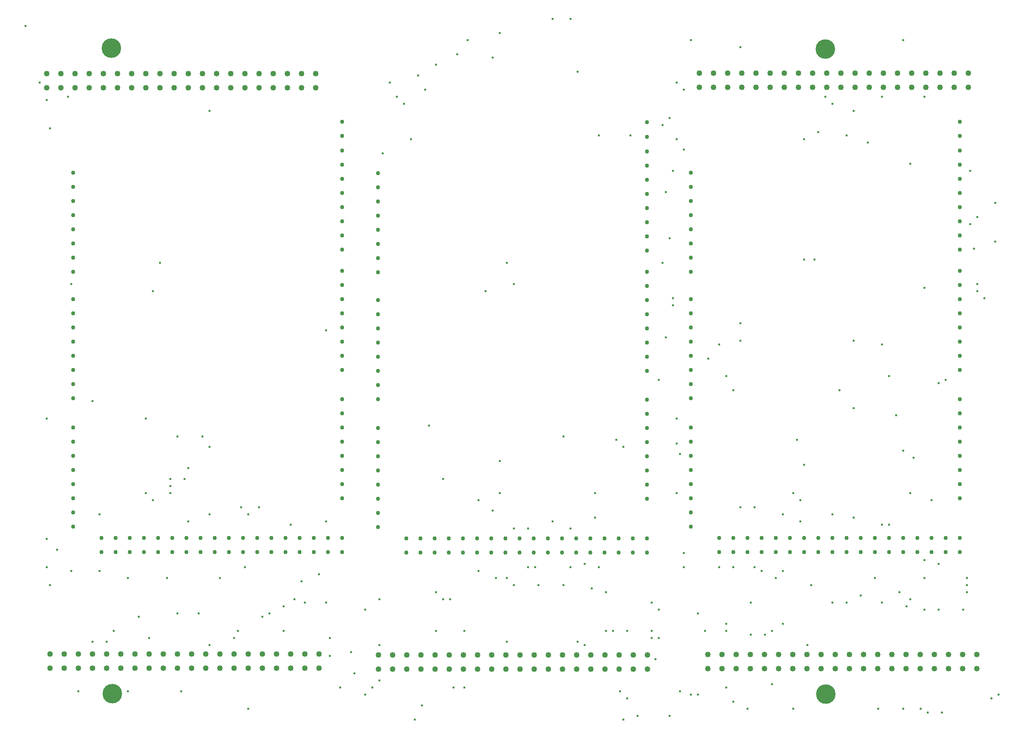
<source format=gbr>
G04 PROTEUS GERBER X2 FILE*
%TF.GenerationSoftware,Labcenter,Proteus,8.6-SP2-Build23525*%
%TF.CreationDate,2019-12-11T18:48:13+00:00*%
%TF.FileFunction,Plated,1,2,PTH*%
%TF.FilePolarity,Positive*%
%TF.Part,Single*%
%FSLAX45Y45*%
%MOMM*%
G01*
%TA.AperFunction,ViaDrill*%
%ADD24C,0.381000*%
%TA.AperFunction,ComponentDrill*%
%ADD25C,1.016000*%
%TA.AperFunction,ComponentDrill*%
%ADD26C,0.762000*%
%TA.AperFunction,MechanicalDrill*%
%ADD27C,3.500000*%
%TD.AperFunction*%
D24*
X+2794000Y+2349500D03*
X+7366000Y+1460500D03*
X+2857500Y+3556000D03*
X+7112000Y+3683000D03*
X+8636000Y+2984500D03*
X+8636000Y+2286000D03*
X+7747000Y-190500D03*
X+2730500Y+3175000D03*
X+4635500Y-5651500D03*
X+2667000Y+1905000D03*
X+6096000Y-698500D03*
X+6096000Y-2667000D03*
X+8064500Y-4318000D03*
X+7175500Y-1587500D03*
X+3683000Y-3556000D03*
X+3810000Y-4699000D03*
X+7620000Y-4318000D03*
X+1016000Y+6286500D03*
X+1016000Y-2857500D03*
X-3810000Y-3810000D03*
X-8318500Y-3873500D03*
X+7112000Y-2222500D03*
X+5016500Y-2222500D03*
X-8191500Y-3238500D03*
X-5842000Y-1778000D03*
X+4445000Y-3619500D03*
X+7366000Y-3429000D03*
X+1524000Y+4191000D03*
X+2095500Y+4191000D03*
X+6985000Y-1460500D03*
X+3048000Y-3556000D03*
X+2984500Y-5778500D03*
X+3810000Y-5715000D03*
X-7937500Y-3619500D03*
X-6159500Y-2095500D03*
X+4318000Y-3556000D03*
X+698500Y-2730500D03*
X+698500Y+6286500D03*
X-3937000Y-4127500D03*
X+6858000Y-825500D03*
X+7112000Y-4127500D03*
X+8128000Y-3873500D03*
X+1397000Y-3937000D03*
X-4127500Y-4254500D03*
X-7556500Y-4889500D03*
X+5270500Y-4953000D03*
X+2222500Y-6223000D03*
X+4826000Y-3619500D03*
X+6731000Y-2794000D03*
X+1143000Y+5334000D03*
X+4826000Y-4572000D03*
X-2413000Y-5588000D03*
X+1143000Y-4889500D03*
X-4381500Y-4381500D03*
X-7302500Y-4889500D03*
X+4064000Y+5778500D03*
X-2413000Y-4953000D03*
X+889000Y-1206500D03*
X+0Y-3873500D03*
X-4000500Y-2794000D03*
X-6159500Y-2222500D03*
X-6604000Y-2222500D03*
X+6477000Y-3746500D03*
X+889000Y-3873500D03*
X+444500Y-3873500D03*
X-1778000Y-6286500D03*
X+7429500Y-6159500D03*
X+7683500Y-6159500D03*
X+6350000Y+4064000D03*
X+254000Y-2857500D03*
X+254000Y-3556000D03*
X-7175500Y-4699000D03*
X-4889500Y-2476500D03*
X+6223000Y-4064000D03*
X-4953000Y-4699000D03*
X-8763000Y+6159500D03*
X+5969000Y+4191000D03*
X-317500Y-3746500D03*
X-127000Y-4889500D03*
X-7556500Y-571500D03*
X-8382000Y-889000D03*
X-8382000Y-3048000D03*
X-8382000Y-3556000D03*
X-1651000Y-6032500D03*
X+3937000Y-5969000D03*
X+6604000Y-4191000D03*
X+5969000Y-4191000D03*
X+1016000Y-3556000D03*
X+381000Y-3556000D03*
X-1397000Y-4699000D03*
X+3302000Y-4381500D03*
X+4826000Y-2603500D03*
X+5715000Y-2603500D03*
X+2540000Y-5207000D03*
X-5461000Y-1397000D03*
X-6921500Y-5778500D03*
X+4254500Y-4762500D03*
X+4254500Y-4191000D03*
X+5715000Y-4191000D03*
X-5461000Y-4953000D03*
X+2921000Y-889000D03*
X+7620000Y-254000D03*
X+8128000Y-4000500D03*
X+6921500Y-4000500D03*
X-3365500Y+698500D03*
X-3365500Y-2730500D03*
X-5461000Y+4635500D03*
X+5715000Y+4762500D03*
X-127000Y+1905000D03*
X+2730500Y+571500D03*
X+2603500Y-4826000D03*
X+1270000Y-4953000D03*
X-5969000Y-5778500D03*
X-4127500Y-4699000D03*
X-4762500Y-2603500D03*
X-5461000Y-2603500D03*
X+5334000Y-3873500D03*
X-1143000Y-4127500D03*
X-6032500Y-4381500D03*
X-5651500Y-4381500D03*
X+5143500Y-2730500D03*
X+5143500Y-2349500D03*
X+7493000Y-2349500D03*
X+8128000Y-3746500D03*
X+7366000Y-3746500D03*
X+7366000Y-4318000D03*
X+1778000Y-4699000D03*
X+2032000Y-4699000D03*
X+1524000Y-3556000D03*
X-381000Y-2540000D03*
X-6032500Y-1206500D03*
X-5588000Y-1206500D03*
X+4508500Y-4762500D03*
X-889000Y-5715000D03*
X+8318500Y+2730500D03*
X+5397500Y+1968500D03*
X+2794000Y-6223000D03*
X+2921000Y-2222500D03*
X-635000Y-2349500D03*
X+6985000Y-6096000D03*
X+6540500Y-6096000D03*
X-2857500Y-5461000D03*
X-2667000Y-4318000D03*
X-4572000Y-2476500D03*
X-5842000Y-2730500D03*
X+1968500Y-6286500D03*
X-254000Y-2222500D03*
X+1460500Y-2222500D03*
X+1460500Y-2667000D03*
X+3048000Y-3302000D03*
X+3302000Y-5842000D03*
X+4635500Y-4699000D03*
X-1270000Y-4127500D03*
X+4699000Y-3746500D03*
X-889000Y-4699000D03*
X+1651000Y-4699000D03*
X-6223000Y-3746500D03*
X-5270500Y-3746500D03*
X+2476500Y-4191000D03*
X+2603500Y-190500D03*
X+1905000Y-5778500D03*
X-2667000Y-5842000D03*
X-5905500Y-1968500D03*
X-6159500Y-1968500D03*
X-6921500Y-3746500D03*
X-635000Y-3619500D03*
X+1270000Y-3492500D03*
X-6540500Y-4826000D03*
X-5016500Y-4826000D03*
X+8191500Y+3556000D03*
X+8191500Y+2603500D03*
X+2984500Y-1524000D03*
X+4191000Y-6096000D03*
X+5016500Y-6096000D03*
X+7302500Y-6096000D03*
X-3365500Y-4191000D03*
X-3746500Y-4191000D03*
X+4064000Y-2476500D03*
X+3175000Y-5842000D03*
X+2032000Y-5905500D03*
X-1079500Y-5715000D03*
X-2540000Y-5715000D03*
X-7810500Y-5778500D03*
X-4762500Y-6096000D03*
X+3810000Y-4572000D03*
X-1397000Y-4000500D03*
X+1651000Y-4000500D03*
X-4826000Y-3556000D03*
X+4318000Y-2476500D03*
X+2476500Y-4826000D03*
X-6477000Y-2349500D03*
X-6477000Y+1397000D03*
X-127000Y-3746500D03*
X+3937000Y-3556000D03*
X-6731000Y-4445000D03*
X-4508500Y-4445000D03*
X+8318500Y+1397000D03*
X+8699500Y-5842000D03*
X+7620000Y-3492500D03*
X+6604000Y-2794000D03*
X+6604000Y+444500D03*
X+2857500Y+1270000D03*
X-508000Y+1397000D03*
X-1270000Y-1968500D03*
X-2413000Y-4127500D03*
X-2921000Y-5080000D03*
X-3111500Y-5715000D03*
X+8572500Y-5905500D03*
X+8318500Y+1524000D03*
X+7366000Y+4889500D03*
X+6731000Y-127000D03*
X+3810000Y-127000D03*
X+8445500Y+1270000D03*
X+7048500Y-4254500D03*
X+2603500Y-4318000D03*
X-3302000Y-4826000D03*
X+8255000Y+2159000D03*
X+3048000Y+3937000D03*
X-3302000Y-5143500D03*
X+5207000Y+4127500D03*
X+2921000Y+4127500D03*
X+2921000Y+5143500D03*
X-2222500Y+5143500D03*
X-7937500Y+1524000D03*
X-8382000Y+4826000D03*
X+3175000Y+5905500D03*
X-825500Y+5905500D03*
X-1714500Y+5270500D03*
X+6604000Y+4889500D03*
X-381000Y+5588000D03*
X+1968500Y-1397000D03*
X+2667000Y+4381500D03*
X-254000Y-1651000D03*
X-254000Y+6032500D03*
X-6604000Y-889000D03*
X+5080000Y-1270000D03*
X-1016000Y+5651500D03*
X+6985000Y+5905500D03*
X-2095500Y+4889500D03*
X-8001000Y+4889500D03*
X-8509000Y+5143500D03*
X+5461000Y+4254500D03*
X-2349500Y+3873500D03*
X-1968500Y+4762500D03*
X+5588000Y+4889500D03*
X+3683000Y+444500D03*
X-1397000Y+5461000D03*
X+3492500Y+190500D03*
X+3048000Y+5016500D03*
X-1587500Y+5016500D03*
X+2857500Y+1143000D03*
X+3937000Y-381000D03*
X+5842000Y-381000D03*
X+4064000Y+825500D03*
X-1841500Y+4127500D03*
X+6096000Y+4635500D03*
X-8318500Y+4318000D03*
X-1524000Y-1016000D03*
X+2921000Y-1333500D03*
X+4064000Y+508000D03*
X+6096000Y+508000D03*
X+1841500Y-1270000D03*
X+2794000Y+4508500D03*
X-3492500Y-3683000D03*
X-7429500Y-3619500D03*
X+0Y+1524000D03*
X+0Y-2857500D03*
X-6350000Y+1905000D03*
X-7429500Y-2603500D03*
X+5207000Y-1714500D03*
X+3429000Y-4699000D03*
X+2476500Y-4699000D03*
X+5207000Y+1968500D03*
D25*
X+3478241Y-5124141D03*
X+3478241Y-5378141D03*
X+3732241Y-5124141D03*
X+3732241Y-5378141D03*
X+3986241Y-5124141D03*
X+3986241Y-5378141D03*
X+4240241Y-5124141D03*
X+4240241Y-5378141D03*
X+4494241Y-5124141D03*
X+4494241Y-5378141D03*
X+4748241Y-5124141D03*
X+4748241Y-5378141D03*
X+5002241Y-5124141D03*
X+5002241Y-5378141D03*
X+5256241Y-5124141D03*
X+5256241Y-5378141D03*
X+5510241Y-5124141D03*
X+5510241Y-5378141D03*
X+5764241Y-5124141D03*
X+5764241Y-5378141D03*
X+6018241Y-5124141D03*
X+6018241Y-5378141D03*
X+6272241Y-5124141D03*
X+6272241Y-5378141D03*
X+6526241Y-5124141D03*
X+6526241Y-5378141D03*
X+6780241Y-5124141D03*
X+6780241Y-5378141D03*
X+7034241Y-5124141D03*
X+7034241Y-5378141D03*
X+7288241Y-5124141D03*
X+7288241Y-5378141D03*
X+7542241Y-5124141D03*
X+7542241Y-5378141D03*
X+7796241Y-5124141D03*
X+7796241Y-5378141D03*
X+8050241Y-5124141D03*
X+8050241Y-5378141D03*
X+8304241Y-5124141D03*
X+8304241Y-5378141D03*
X-2431759Y-5127041D03*
X-2431759Y-5381041D03*
X-2177759Y-5127041D03*
X-2177759Y-5381041D03*
X-1923759Y-5127041D03*
X-1923759Y-5381041D03*
X-1669759Y-5127041D03*
X-1669759Y-5381041D03*
X-1415759Y-5127041D03*
X-1415759Y-5381041D03*
X-1161759Y-5127041D03*
X-1161759Y-5381041D03*
X-907759Y-5127041D03*
X-907759Y-5381041D03*
X-653759Y-5127041D03*
X-653759Y-5381041D03*
X-399759Y-5127041D03*
X-399759Y-5381041D03*
X-145759Y-5127041D03*
X-145759Y-5381041D03*
X+108241Y-5127041D03*
X+108241Y-5381041D03*
X+362241Y-5127041D03*
X+362241Y-5381041D03*
X+616241Y-5127041D03*
X+616241Y-5381041D03*
X+870241Y-5127041D03*
X+870241Y-5381041D03*
X+1124241Y-5127041D03*
X+1124241Y-5381041D03*
X+1378241Y-5127041D03*
X+1378241Y-5381041D03*
X+1632241Y-5127041D03*
X+1632241Y-5381041D03*
X+1886241Y-5127041D03*
X+1886241Y-5381041D03*
X+2140241Y-5127041D03*
X+2140241Y-5381041D03*
X+2394241Y-5127041D03*
X+2394241Y-5381041D03*
X-8323759Y-5117041D03*
X-8323759Y-5371041D03*
X-8069759Y-5117041D03*
X-8069759Y-5371041D03*
X-7815759Y-5117041D03*
X-7815759Y-5371041D03*
X-7561759Y-5117041D03*
X-7561759Y-5371041D03*
X-7307759Y-5117041D03*
X-7307759Y-5371041D03*
X-7053759Y-5117041D03*
X-7053759Y-5371041D03*
X-6799759Y-5117041D03*
X-6799759Y-5371041D03*
X-6545759Y-5117041D03*
X-6545759Y-5371041D03*
X-6291759Y-5117041D03*
X-6291759Y-5371041D03*
X-6037759Y-5117041D03*
X-6037759Y-5371041D03*
X-5783759Y-5117041D03*
X-5783759Y-5371041D03*
X-5529759Y-5117041D03*
X-5529759Y-5371041D03*
X-5275759Y-5117041D03*
X-5275759Y-5371041D03*
X-5021759Y-5117041D03*
X-5021759Y-5371041D03*
X-4767759Y-5117041D03*
X-4767759Y-5371041D03*
X-4513759Y-5117041D03*
X-4513759Y-5371041D03*
X-4259759Y-5117041D03*
X-4259759Y-5371041D03*
X-4005759Y-5117041D03*
X-4005759Y-5371041D03*
X-3751759Y-5117041D03*
X-3751759Y-5371041D03*
X-3497759Y-5117041D03*
X-3497759Y-5371041D03*
D26*
X+7998241Y-21041D03*
X+7998241Y+232959D03*
X+7998241Y+486959D03*
X+7998241Y+740959D03*
X+3172241Y+2760259D03*
X+7998241Y+994959D03*
X+7998241Y+1248959D03*
X+7998241Y+1502959D03*
X+7998241Y+1756959D03*
X+7998241Y+2137959D03*
X+7998241Y+2391959D03*
X+7998241Y+2645959D03*
X+7998241Y+2899959D03*
X+7998241Y+3153959D03*
X+7998241Y+3407959D03*
X+7998241Y-541741D03*
X+7998241Y-795741D03*
X+7998241Y-1049741D03*
X+7998241Y-1303741D03*
X+7998241Y-1557741D03*
X+7998241Y-1811741D03*
X+7998241Y-2065741D03*
X+7998241Y-2319741D03*
X+7744241Y-3030941D03*
X+7744241Y-3284941D03*
X+7490241Y-3030941D03*
X+7490241Y-3284941D03*
X+7236241Y-3030941D03*
X+7236241Y-3284941D03*
X+6982241Y-3030941D03*
X+6982241Y-3284941D03*
X+6728241Y-3030941D03*
X+6728241Y-3284941D03*
X+6474241Y-3030941D03*
X+6474241Y-3284941D03*
X+6220241Y-3030941D03*
X+6220241Y-3284941D03*
X+5966241Y-3030941D03*
X+5966241Y-3284941D03*
X+5712241Y-3030941D03*
X+5712241Y-3284941D03*
X+5458241Y-3030941D03*
X+5458241Y-3284941D03*
X+5204241Y-3030941D03*
X+5204241Y-3284941D03*
X+4950241Y-3030941D03*
X+4950241Y-3284941D03*
X+4696241Y-3030941D03*
X+4696241Y-3284941D03*
X+4442241Y-3030941D03*
X+4442241Y-3284941D03*
X+4188241Y-3030941D03*
X+4188241Y-3284941D03*
X+3934241Y-3030941D03*
X+3934241Y-3284941D03*
X+3172241Y+3014259D03*
X+3172241Y+2506259D03*
X+7998241Y-3030941D03*
X+7998241Y-3284941D03*
X+3172241Y+1998259D03*
X+3680241Y-3284941D03*
X+3680241Y-3030941D03*
X+7998241Y+3661959D03*
X+3172241Y+2252259D03*
X+7998241Y+4436659D03*
X+3172241Y+3522259D03*
X+3172241Y+3268259D03*
X+7998241Y+4178959D03*
X+7998241Y+3915959D03*
X+3172241Y+1248959D03*
X+3172241Y+994959D03*
X+3172241Y+740959D03*
X+3172241Y+486959D03*
X+3172241Y+232959D03*
X+3172241Y-21041D03*
X+3172241Y-275041D03*
X+3172241Y-529041D03*
X+3172241Y-1049741D03*
X+3172241Y-1303741D03*
X+3172241Y-1557741D03*
X+3172241Y-1811741D03*
X+3172241Y-2065741D03*
X+3172241Y-2319741D03*
X+3172241Y-2573741D03*
X+3172241Y-2827741D03*
X+3172241Y+1744259D03*
X+2388241Y-31041D03*
X+2388241Y+222959D03*
X+2388241Y+476959D03*
X+2388241Y+730959D03*
X-2437759Y+2750259D03*
X+2388241Y+984959D03*
X+2388241Y+1238959D03*
X+2388241Y+1492959D03*
X+2388241Y+1746959D03*
X+2388241Y+2127959D03*
X+2388241Y+2381959D03*
X+2388241Y+2635959D03*
X+2388241Y+2889959D03*
X+2388241Y+3143959D03*
X+2388241Y+3397959D03*
X+2388241Y-551741D03*
X+2388241Y-805741D03*
X+2388241Y-1059741D03*
X+2388241Y-1313741D03*
X+2388241Y-1567741D03*
X+2388241Y-1821741D03*
X+2388241Y-2075741D03*
X+2388241Y-2329741D03*
X+2134241Y-3040941D03*
X+2134241Y-3294941D03*
X+1880241Y-3040941D03*
X+1880241Y-3294941D03*
X+1626241Y-3040941D03*
X+1626241Y-3294941D03*
X+1372241Y-3040941D03*
X+1372241Y-3294941D03*
X+1118241Y-3040941D03*
X+1118241Y-3294941D03*
X+864241Y-3040941D03*
X+864241Y-3294941D03*
X+610241Y-3040941D03*
X+610241Y-3294941D03*
X+356241Y-3040941D03*
X+356241Y-3294941D03*
X+102241Y-3040941D03*
X+102241Y-3294941D03*
X-151759Y-3040941D03*
X-151759Y-3294941D03*
X-405759Y-3040941D03*
X-405759Y-3294941D03*
X-659759Y-3040941D03*
X-659759Y-3294941D03*
X-913759Y-3040941D03*
X-913759Y-3294941D03*
X-1167759Y-3040941D03*
X-1167759Y-3294941D03*
X-1421759Y-3040941D03*
X-1421759Y-3294941D03*
X-1675759Y-3040941D03*
X-1675759Y-3294941D03*
X-2437759Y+3004259D03*
X-2437759Y+2496259D03*
X+2388241Y-3040941D03*
X+2388241Y-3294941D03*
X-2437759Y+1988259D03*
X-1929759Y-3294941D03*
X-1929759Y-3040941D03*
X+2388241Y+3651959D03*
X-2437759Y+2242259D03*
X+2388241Y+4426659D03*
X-2437759Y+3512259D03*
X-2437759Y+3258259D03*
X+2388241Y+4168959D03*
X+2388241Y+3905959D03*
X-2437759Y+1238959D03*
X-2437759Y+984959D03*
X-2437759Y+730959D03*
X-2437759Y+476959D03*
X-2437759Y+222959D03*
X-2437759Y-31041D03*
X-2437759Y-285041D03*
X-2437759Y-539041D03*
X-2437759Y-1059741D03*
X-2437759Y-1313741D03*
X-2437759Y-1567741D03*
X-2437759Y-1821741D03*
X-2437759Y-2075741D03*
X-2437759Y-2329741D03*
X-2437759Y-2583741D03*
X-2437759Y-2837741D03*
X-2437759Y+1734259D03*
X-3081759Y-21041D03*
X-3081759Y+232959D03*
X-3081759Y+486959D03*
X-3081759Y+740959D03*
X-7907759Y+2760259D03*
X-3081759Y+994959D03*
X-3081759Y+1248959D03*
X-3081759Y+1502959D03*
X-3081759Y+1756959D03*
X-3081759Y+2137959D03*
X-3081759Y+2391959D03*
X-3081759Y+2645959D03*
X-3081759Y+2899959D03*
X-3081759Y+3153959D03*
X-3081759Y+3407959D03*
X-3081759Y-541741D03*
X-3081759Y-795741D03*
X-3081759Y-1049741D03*
X-3081759Y-1303741D03*
X-3081759Y-1557741D03*
X-3081759Y-1811741D03*
X-3081759Y-2065741D03*
X-3081759Y-2319741D03*
X-3335759Y-3030941D03*
X-3335759Y-3284941D03*
X-3589759Y-3030941D03*
X-3589759Y-3284941D03*
X-3843759Y-3030941D03*
X-3843759Y-3284941D03*
X-4097759Y-3030941D03*
X-4097759Y-3284941D03*
X-4351759Y-3030941D03*
X-4351759Y-3284941D03*
X-4605759Y-3030941D03*
X-4605759Y-3284941D03*
X-4859759Y-3030941D03*
X-4859759Y-3284941D03*
X-5113759Y-3030941D03*
X-5113759Y-3284941D03*
X-5367759Y-3030941D03*
X-5367759Y-3284941D03*
X-5621759Y-3030941D03*
X-5621759Y-3284941D03*
X-5875759Y-3030941D03*
X-5875759Y-3284941D03*
X-6129759Y-3030941D03*
X-6129759Y-3284941D03*
X-6383759Y-3030941D03*
X-6383759Y-3284941D03*
X-6637759Y-3030941D03*
X-6637759Y-3284941D03*
X-6891759Y-3030941D03*
X-6891759Y-3284941D03*
X-7145759Y-3030941D03*
X-7145759Y-3284941D03*
X-7907759Y+3014259D03*
X-7907759Y+2506259D03*
X-3081759Y-3030941D03*
X-3081759Y-3284941D03*
X-7907759Y+1998259D03*
X-7399759Y-3284941D03*
X-7399759Y-3030941D03*
X-3081759Y+3661959D03*
X-7907759Y+2252259D03*
X-3081759Y+4436659D03*
X-7907759Y+3522259D03*
X-7907759Y+3268259D03*
X-3081759Y+4178959D03*
X-3081759Y+3915959D03*
X-7907759Y+1248959D03*
X-7907759Y+994959D03*
X-7907759Y+740959D03*
X-7907759Y+486959D03*
X-7907759Y+232959D03*
X-7907759Y-21041D03*
X-7907759Y-275041D03*
X-7907759Y-529041D03*
X-7907759Y-1049741D03*
X-7907759Y-1303741D03*
X-7907759Y-1557741D03*
X-7907759Y-1811741D03*
X-7907759Y-2065741D03*
X-7907759Y-2319741D03*
X-7907759Y-2573741D03*
X-7907759Y-2827741D03*
X-7907759Y+1744259D03*
D27*
X+5598241Y-5831041D03*
X+5588241Y+5738959D03*
X-7201759Y-5821041D03*
X-7221759Y+5758959D03*
D25*
X+3324000Y+5056000D03*
X+3324000Y+5310000D03*
X+3578000Y+5056000D03*
X+3578000Y+5310000D03*
X+3832000Y+5056000D03*
X+3832000Y+5310000D03*
X+4086000Y+5056000D03*
X+4086000Y+5310000D03*
X+4340000Y+5056000D03*
X+4340000Y+5310000D03*
X+4594000Y+5056000D03*
X+4594000Y+5310000D03*
X+4848000Y+5056000D03*
X+4848000Y+5310000D03*
X+5102000Y+5056000D03*
X+5102000Y+5310000D03*
X+5356000Y+5056000D03*
X+5356000Y+5310000D03*
X+5610000Y+5056000D03*
X+5610000Y+5310000D03*
X+5864000Y+5056000D03*
X+5864000Y+5310000D03*
X+6118000Y+5056000D03*
X+6118000Y+5310000D03*
X+6372000Y+5056000D03*
X+6372000Y+5310000D03*
X+6626000Y+5056000D03*
X+6626000Y+5310000D03*
X+6880000Y+5056000D03*
X+6880000Y+5310000D03*
X+7134000Y+5056000D03*
X+7134000Y+5310000D03*
X+7388000Y+5056000D03*
X+7388000Y+5310000D03*
X+7642000Y+5056000D03*
X+7642000Y+5310000D03*
X+7896000Y+5056000D03*
X+7896000Y+5310000D03*
X+8150000Y+5056000D03*
X+8150000Y+5310000D03*
X-8380000Y+5050000D03*
X-8380000Y+5304000D03*
X-8126000Y+5050000D03*
X-8126000Y+5304000D03*
X-7872000Y+5050000D03*
X-7872000Y+5304000D03*
X-7618000Y+5050000D03*
X-7618000Y+5304000D03*
X-7364000Y+5050000D03*
X-7364000Y+5304000D03*
X-7110000Y+5050000D03*
X-7110000Y+5304000D03*
X-6856000Y+5050000D03*
X-6856000Y+5304000D03*
X-6602000Y+5050000D03*
X-6602000Y+5304000D03*
X-6348000Y+5050000D03*
X-6348000Y+5304000D03*
X-6094000Y+5050000D03*
X-6094000Y+5304000D03*
X-5840000Y+5050000D03*
X-5840000Y+5304000D03*
X-5586000Y+5050000D03*
X-5586000Y+5304000D03*
X-5332000Y+5050000D03*
X-5332000Y+5304000D03*
X-5078000Y+5050000D03*
X-5078000Y+5304000D03*
X-4824000Y+5050000D03*
X-4824000Y+5304000D03*
X-4570000Y+5050000D03*
X-4570000Y+5304000D03*
X-4316000Y+5050000D03*
X-4316000Y+5304000D03*
X-4062000Y+5050000D03*
X-4062000Y+5304000D03*
X-3808000Y+5050000D03*
X-3808000Y+5304000D03*
X-3554000Y+5050000D03*
X-3554000Y+5304000D03*
M02*

</source>
